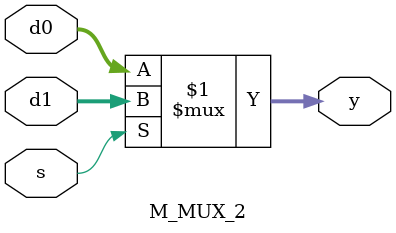
<source format=v>
module M_MUX_2(	// file.cleaned.mlir:2:3
  input  [7:0] d0,	// file.cleaned.mlir:2:25
               d1,	// file.cleaned.mlir:2:38
  input        s,	// file.cleaned.mlir:2:51
  output [7:0] y	// file.cleaned.mlir:2:64
);

  assign y = s ? d1 : d0;	// file.cleaned.mlir:3:10, :4:5
endmodule


</source>
